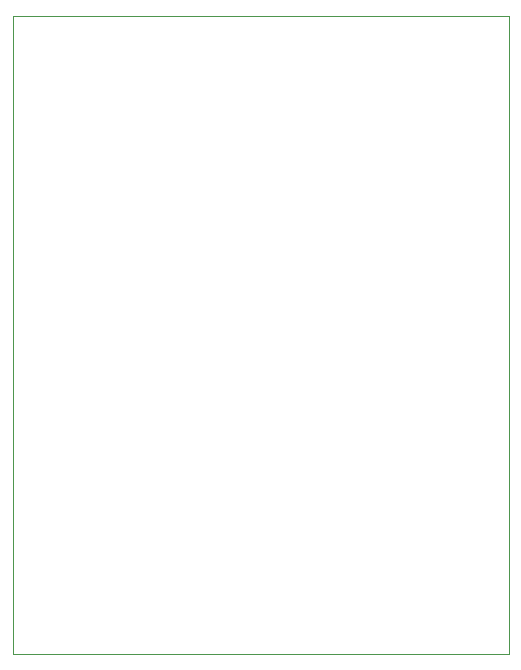
<source format=gm1>
G04 #@! TF.GenerationSoftware,KiCad,Pcbnew,(5.1.10)-1*
G04 #@! TF.CreationDate,2022-12-28T22:20:52-05:00*
G04 #@! TF.ProjectId,CocoDvRelocator,436f636f-4476-4526-956c-6f6361746f72,rev?*
G04 #@! TF.SameCoordinates,Original*
G04 #@! TF.FileFunction,Profile,NP*
%FSLAX46Y46*%
G04 Gerber Fmt 4.6, Leading zero omitted, Abs format (unit mm)*
G04 Created by KiCad (PCBNEW (5.1.10)-1) date 2022-12-28 22:20:52*
%MOMM*%
%LPD*%
G01*
G04 APERTURE LIST*
G04 #@! TA.AperFunction,Profile*
%ADD10C,0.050000*%
G04 #@! TD*
G04 APERTURE END LIST*
D10*
X76000000Y-91000000D02*
X76000000Y-37000000D01*
X118000000Y-91000000D02*
X76000000Y-91000000D01*
X118000000Y-37000000D02*
X118000000Y-91000000D01*
X76000000Y-37000000D02*
X118000000Y-37000000D01*
M02*

</source>
